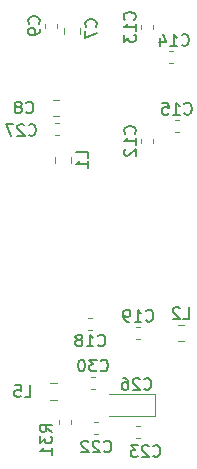
<source format=gbr>
G04 #@! TF.GenerationSoftware,KiCad,Pcbnew,(5.0.2)-1*
G04 #@! TF.CreationDate,2019-02-01T15:19:08+01:00*
G04 #@! TF.ProjectId,hac,6861632e-6b69-4636-9164-5f7063625858,rev?*
G04 #@! TF.SameCoordinates,Original*
G04 #@! TF.FileFunction,Legend,Bot*
G04 #@! TF.FilePolarity,Positive*
%FSLAX46Y46*%
G04 Gerber Fmt 4.6, Leading zero omitted, Abs format (unit mm)*
G04 Created by KiCad (PCBNEW (5.0.2)-1) date 2/1/2019 3:19:08 PM*
%MOMM*%
%LPD*%
G01*
G04 APERTURE LIST*
%ADD10C,0.120000*%
%ADD11C,0.150000*%
G04 APERTURE END LIST*
D10*
G04 #@! TO.C,C30*
X159349221Y-112905000D02*
X159674779Y-112905000D01*
X159349221Y-111885000D02*
X159674779Y-111885000D01*
G04 #@! TO.C,R31*
X157609000Y-115885279D02*
X157609000Y-115559721D01*
X156589000Y-115885279D02*
X156589000Y-115559721D01*
G04 #@! TO.C,C13*
X164594000Y-82133221D02*
X164594000Y-82458779D01*
X163574000Y-82133221D02*
X163574000Y-82458779D01*
G04 #@! TO.C,C12*
X163574000Y-92085279D02*
X163574000Y-91759721D01*
X164594000Y-92085279D02*
X164594000Y-91759721D01*
G04 #@! TO.C,C9*
X155446000Y-82031721D02*
X155446000Y-82357279D01*
X156466000Y-82031721D02*
X156466000Y-82357279D01*
G04 #@! TO.C,C14*
X166304279Y-84326000D02*
X165978721Y-84326000D01*
X166304279Y-85346000D02*
X165978721Y-85346000D01*
G04 #@! TO.C,C15*
X166761279Y-91188000D02*
X166435721Y-91188000D01*
X166761279Y-90168000D02*
X166435721Y-90168000D01*
G04 #@! TO.C,C18*
X159120721Y-107952000D02*
X159446279Y-107952000D01*
X159120721Y-106932000D02*
X159446279Y-106932000D01*
G04 #@! TO.C,C19*
X163510279Y-108714000D02*
X163184721Y-108714000D01*
X163510279Y-107694000D02*
X163184721Y-107694000D01*
G04 #@! TO.C,C22*
X159628721Y-116715000D02*
X159954279Y-116715000D01*
X159628721Y-115695000D02*
X159954279Y-115695000D01*
G04 #@! TO.C,C23*
X163510279Y-117096000D02*
X163184721Y-117096000D01*
X163510279Y-116076000D02*
X163184721Y-116076000D01*
G04 #@! TO.C,C27*
X156275721Y-91442000D02*
X156601279Y-91442000D01*
X156275721Y-90422000D02*
X156601279Y-90422000D01*
G04 #@! TO.C,C8*
X156126922Y-89864000D02*
X156644078Y-89864000D01*
X156126922Y-88444000D02*
X156644078Y-88444000D01*
G04 #@! TO.C,C7*
X157024000Y-82339922D02*
X157024000Y-82857078D01*
X158444000Y-82339922D02*
X158444000Y-82857078D01*
G04 #@! TO.C,C26*
X160880000Y-113365000D02*
X164790000Y-113365000D01*
X164790000Y-113365000D02*
X164790000Y-115235000D01*
X164790000Y-115235000D02*
X160880000Y-115235000D01*
G04 #@! TO.C,L5*
X155902922Y-113867000D02*
X156420078Y-113867000D01*
X155902922Y-112447000D02*
X156420078Y-112447000D01*
G04 #@! TO.C,L1*
X156262000Y-93779078D02*
X156262000Y-93261922D01*
X157682000Y-93779078D02*
X157682000Y-93261922D01*
G04 #@! TO.C,L2*
X167215078Y-107494000D02*
X166697922Y-107494000D01*
X167215078Y-108914000D02*
X166697922Y-108914000D01*
G04 #@! TO.C,C30*
D11*
X160154857Y-111355142D02*
X160202476Y-111402761D01*
X160345333Y-111450380D01*
X160440571Y-111450380D01*
X160583428Y-111402761D01*
X160678666Y-111307523D01*
X160726285Y-111212285D01*
X160773904Y-111021809D01*
X160773904Y-110878952D01*
X160726285Y-110688476D01*
X160678666Y-110593238D01*
X160583428Y-110498000D01*
X160440571Y-110450380D01*
X160345333Y-110450380D01*
X160202476Y-110498000D01*
X160154857Y-110545619D01*
X159821523Y-110450380D02*
X159202476Y-110450380D01*
X159535809Y-110831333D01*
X159392952Y-110831333D01*
X159297714Y-110878952D01*
X159250095Y-110926571D01*
X159202476Y-111021809D01*
X159202476Y-111259904D01*
X159250095Y-111355142D01*
X159297714Y-111402761D01*
X159392952Y-111450380D01*
X159678666Y-111450380D01*
X159773904Y-111402761D01*
X159821523Y-111355142D01*
X158583428Y-110450380D02*
X158488190Y-110450380D01*
X158392952Y-110498000D01*
X158345333Y-110545619D01*
X158297714Y-110640857D01*
X158250095Y-110831333D01*
X158250095Y-111069428D01*
X158297714Y-111259904D01*
X158345333Y-111355142D01*
X158392952Y-111402761D01*
X158488190Y-111450380D01*
X158583428Y-111450380D01*
X158678666Y-111402761D01*
X158726285Y-111355142D01*
X158773904Y-111259904D01*
X158821523Y-111069428D01*
X158821523Y-110831333D01*
X158773904Y-110640857D01*
X158726285Y-110545619D01*
X158678666Y-110498000D01*
X158583428Y-110450380D01*
G04 #@! TO.C,R31*
X156027380Y-116578142D02*
X155551190Y-116244809D01*
X156027380Y-116006714D02*
X155027380Y-116006714D01*
X155027380Y-116387666D01*
X155075000Y-116482904D01*
X155122619Y-116530523D01*
X155217857Y-116578142D01*
X155360714Y-116578142D01*
X155455952Y-116530523D01*
X155503571Y-116482904D01*
X155551190Y-116387666D01*
X155551190Y-116006714D01*
X155027380Y-116911476D02*
X155027380Y-117530523D01*
X155408333Y-117197190D01*
X155408333Y-117340047D01*
X155455952Y-117435285D01*
X155503571Y-117482904D01*
X155598809Y-117530523D01*
X155836904Y-117530523D01*
X155932142Y-117482904D01*
X155979761Y-117435285D01*
X156027380Y-117340047D01*
X156027380Y-117054333D01*
X155979761Y-116959095D01*
X155932142Y-116911476D01*
X156027380Y-118482904D02*
X156027380Y-117911476D01*
X156027380Y-118197190D02*
X155027380Y-118197190D01*
X155170238Y-118101952D01*
X155265476Y-118006714D01*
X155313095Y-117911476D01*
G04 #@! TO.C,C13*
X163011142Y-81653142D02*
X163058761Y-81605523D01*
X163106380Y-81462666D01*
X163106380Y-81367428D01*
X163058761Y-81224571D01*
X162963523Y-81129333D01*
X162868285Y-81081714D01*
X162677809Y-81034095D01*
X162534952Y-81034095D01*
X162344476Y-81081714D01*
X162249238Y-81129333D01*
X162154000Y-81224571D01*
X162106380Y-81367428D01*
X162106380Y-81462666D01*
X162154000Y-81605523D01*
X162201619Y-81653142D01*
X163106380Y-82605523D02*
X163106380Y-82034095D01*
X163106380Y-82319809D02*
X162106380Y-82319809D01*
X162249238Y-82224571D01*
X162344476Y-82129333D01*
X162392095Y-82034095D01*
X162106380Y-82938857D02*
X162106380Y-83557904D01*
X162487333Y-83224571D01*
X162487333Y-83367428D01*
X162534952Y-83462666D01*
X162582571Y-83510285D01*
X162677809Y-83557904D01*
X162915904Y-83557904D01*
X163011142Y-83510285D01*
X163058761Y-83462666D01*
X163106380Y-83367428D01*
X163106380Y-83081714D01*
X163058761Y-82986476D01*
X163011142Y-82938857D01*
G04 #@! TO.C,C12*
X163044142Y-91305142D02*
X163091761Y-91257523D01*
X163139380Y-91114666D01*
X163139380Y-91019428D01*
X163091761Y-90876571D01*
X162996523Y-90781333D01*
X162901285Y-90733714D01*
X162710809Y-90686095D01*
X162567952Y-90686095D01*
X162377476Y-90733714D01*
X162282238Y-90781333D01*
X162187000Y-90876571D01*
X162139380Y-91019428D01*
X162139380Y-91114666D01*
X162187000Y-91257523D01*
X162234619Y-91305142D01*
X163139380Y-92257523D02*
X163139380Y-91686095D01*
X163139380Y-91971809D02*
X162139380Y-91971809D01*
X162282238Y-91876571D01*
X162377476Y-91781333D01*
X162425095Y-91686095D01*
X162234619Y-92638476D02*
X162187000Y-92686095D01*
X162139380Y-92781333D01*
X162139380Y-93019428D01*
X162187000Y-93114666D01*
X162234619Y-93162285D01*
X162329857Y-93209904D01*
X162425095Y-93209904D01*
X162567952Y-93162285D01*
X163139380Y-92590857D01*
X163139380Y-93209904D01*
G04 #@! TO.C,C9*
X154916142Y-82002333D02*
X154963761Y-81954714D01*
X155011380Y-81811857D01*
X155011380Y-81716619D01*
X154963761Y-81573761D01*
X154868523Y-81478523D01*
X154773285Y-81430904D01*
X154582809Y-81383285D01*
X154439952Y-81383285D01*
X154249476Y-81430904D01*
X154154238Y-81478523D01*
X154059000Y-81573761D01*
X154011380Y-81716619D01*
X154011380Y-81811857D01*
X154059000Y-81954714D01*
X154106619Y-82002333D01*
X155011380Y-82478523D02*
X155011380Y-82669000D01*
X154963761Y-82764238D01*
X154916142Y-82811857D01*
X154773285Y-82907095D01*
X154582809Y-82954714D01*
X154201857Y-82954714D01*
X154106619Y-82907095D01*
X154059000Y-82859476D01*
X154011380Y-82764238D01*
X154011380Y-82573761D01*
X154059000Y-82478523D01*
X154106619Y-82430904D01*
X154201857Y-82383285D01*
X154439952Y-82383285D01*
X154535190Y-82430904D01*
X154582809Y-82478523D01*
X154630428Y-82573761D01*
X154630428Y-82764238D01*
X154582809Y-82859476D01*
X154535190Y-82907095D01*
X154439952Y-82954714D01*
G04 #@! TO.C,C14*
X167012857Y-83796142D02*
X167060476Y-83843761D01*
X167203333Y-83891380D01*
X167298571Y-83891380D01*
X167441428Y-83843761D01*
X167536666Y-83748523D01*
X167584285Y-83653285D01*
X167631904Y-83462809D01*
X167631904Y-83319952D01*
X167584285Y-83129476D01*
X167536666Y-83034238D01*
X167441428Y-82939000D01*
X167298571Y-82891380D01*
X167203333Y-82891380D01*
X167060476Y-82939000D01*
X167012857Y-82986619D01*
X166060476Y-83891380D02*
X166631904Y-83891380D01*
X166346190Y-83891380D02*
X166346190Y-82891380D01*
X166441428Y-83034238D01*
X166536666Y-83129476D01*
X166631904Y-83177095D01*
X165203333Y-83224714D02*
X165203333Y-83891380D01*
X165441428Y-82843761D02*
X165679523Y-83558047D01*
X165060476Y-83558047D01*
G04 #@! TO.C,C15*
X167241357Y-89605142D02*
X167288976Y-89652761D01*
X167431833Y-89700380D01*
X167527071Y-89700380D01*
X167669928Y-89652761D01*
X167765166Y-89557523D01*
X167812785Y-89462285D01*
X167860404Y-89271809D01*
X167860404Y-89128952D01*
X167812785Y-88938476D01*
X167765166Y-88843238D01*
X167669928Y-88748000D01*
X167527071Y-88700380D01*
X167431833Y-88700380D01*
X167288976Y-88748000D01*
X167241357Y-88795619D01*
X166288976Y-89700380D02*
X166860404Y-89700380D01*
X166574690Y-89700380D02*
X166574690Y-88700380D01*
X166669928Y-88843238D01*
X166765166Y-88938476D01*
X166860404Y-88986095D01*
X165384214Y-88700380D02*
X165860404Y-88700380D01*
X165908023Y-89176571D01*
X165860404Y-89128952D01*
X165765166Y-89081333D01*
X165527071Y-89081333D01*
X165431833Y-89128952D01*
X165384214Y-89176571D01*
X165336595Y-89271809D01*
X165336595Y-89509904D01*
X165384214Y-89605142D01*
X165431833Y-89652761D01*
X165527071Y-89700380D01*
X165765166Y-89700380D01*
X165860404Y-89652761D01*
X165908023Y-89605142D01*
G04 #@! TO.C,C18*
X159926357Y-109229142D02*
X159973976Y-109276761D01*
X160116833Y-109324380D01*
X160212071Y-109324380D01*
X160354928Y-109276761D01*
X160450166Y-109181523D01*
X160497785Y-109086285D01*
X160545404Y-108895809D01*
X160545404Y-108752952D01*
X160497785Y-108562476D01*
X160450166Y-108467238D01*
X160354928Y-108372000D01*
X160212071Y-108324380D01*
X160116833Y-108324380D01*
X159973976Y-108372000D01*
X159926357Y-108419619D01*
X158973976Y-109324380D02*
X159545404Y-109324380D01*
X159259690Y-109324380D02*
X159259690Y-108324380D01*
X159354928Y-108467238D01*
X159450166Y-108562476D01*
X159545404Y-108610095D01*
X158402547Y-108752952D02*
X158497785Y-108705333D01*
X158545404Y-108657714D01*
X158593023Y-108562476D01*
X158593023Y-108514857D01*
X158545404Y-108419619D01*
X158497785Y-108372000D01*
X158402547Y-108324380D01*
X158212071Y-108324380D01*
X158116833Y-108372000D01*
X158069214Y-108419619D01*
X158021595Y-108514857D01*
X158021595Y-108562476D01*
X158069214Y-108657714D01*
X158116833Y-108705333D01*
X158212071Y-108752952D01*
X158402547Y-108752952D01*
X158497785Y-108800571D01*
X158545404Y-108848190D01*
X158593023Y-108943428D01*
X158593023Y-109133904D01*
X158545404Y-109229142D01*
X158497785Y-109276761D01*
X158402547Y-109324380D01*
X158212071Y-109324380D01*
X158116833Y-109276761D01*
X158069214Y-109229142D01*
X158021595Y-109133904D01*
X158021595Y-108943428D01*
X158069214Y-108848190D01*
X158116833Y-108800571D01*
X158212071Y-108752952D01*
G04 #@! TO.C,C19*
X163990357Y-107131142D02*
X164037976Y-107178761D01*
X164180833Y-107226380D01*
X164276071Y-107226380D01*
X164418928Y-107178761D01*
X164514166Y-107083523D01*
X164561785Y-106988285D01*
X164609404Y-106797809D01*
X164609404Y-106654952D01*
X164561785Y-106464476D01*
X164514166Y-106369238D01*
X164418928Y-106274000D01*
X164276071Y-106226380D01*
X164180833Y-106226380D01*
X164037976Y-106274000D01*
X163990357Y-106321619D01*
X163037976Y-107226380D02*
X163609404Y-107226380D01*
X163323690Y-107226380D02*
X163323690Y-106226380D01*
X163418928Y-106369238D01*
X163514166Y-106464476D01*
X163609404Y-106512095D01*
X162561785Y-107226380D02*
X162371309Y-107226380D01*
X162276071Y-107178761D01*
X162228452Y-107131142D01*
X162133214Y-106988285D01*
X162085595Y-106797809D01*
X162085595Y-106416857D01*
X162133214Y-106321619D01*
X162180833Y-106274000D01*
X162276071Y-106226380D01*
X162466547Y-106226380D01*
X162561785Y-106274000D01*
X162609404Y-106321619D01*
X162657023Y-106416857D01*
X162657023Y-106654952D01*
X162609404Y-106750190D01*
X162561785Y-106797809D01*
X162466547Y-106845428D01*
X162276071Y-106845428D01*
X162180833Y-106797809D01*
X162133214Y-106750190D01*
X162085595Y-106654952D01*
G04 #@! TO.C,C22*
X160434357Y-118213142D02*
X160481976Y-118260761D01*
X160624833Y-118308380D01*
X160720071Y-118308380D01*
X160862928Y-118260761D01*
X160958166Y-118165523D01*
X161005785Y-118070285D01*
X161053404Y-117879809D01*
X161053404Y-117736952D01*
X161005785Y-117546476D01*
X160958166Y-117451238D01*
X160862928Y-117356000D01*
X160720071Y-117308380D01*
X160624833Y-117308380D01*
X160481976Y-117356000D01*
X160434357Y-117403619D01*
X160053404Y-117403619D02*
X160005785Y-117356000D01*
X159910547Y-117308380D01*
X159672452Y-117308380D01*
X159577214Y-117356000D01*
X159529595Y-117403619D01*
X159481976Y-117498857D01*
X159481976Y-117594095D01*
X159529595Y-117736952D01*
X160101023Y-118308380D01*
X159481976Y-118308380D01*
X159101023Y-117403619D02*
X159053404Y-117356000D01*
X158958166Y-117308380D01*
X158720071Y-117308380D01*
X158624833Y-117356000D01*
X158577214Y-117403619D01*
X158529595Y-117498857D01*
X158529595Y-117594095D01*
X158577214Y-117736952D01*
X159148642Y-118308380D01*
X158529595Y-118308380D01*
G04 #@! TO.C,C23*
X164599857Y-118594142D02*
X164647476Y-118641761D01*
X164790333Y-118689380D01*
X164885571Y-118689380D01*
X165028428Y-118641761D01*
X165123666Y-118546523D01*
X165171285Y-118451285D01*
X165218904Y-118260809D01*
X165218904Y-118117952D01*
X165171285Y-117927476D01*
X165123666Y-117832238D01*
X165028428Y-117737000D01*
X164885571Y-117689380D01*
X164790333Y-117689380D01*
X164647476Y-117737000D01*
X164599857Y-117784619D01*
X164218904Y-117784619D02*
X164171285Y-117737000D01*
X164076047Y-117689380D01*
X163837952Y-117689380D01*
X163742714Y-117737000D01*
X163695095Y-117784619D01*
X163647476Y-117879857D01*
X163647476Y-117975095D01*
X163695095Y-118117952D01*
X164266523Y-118689380D01*
X163647476Y-118689380D01*
X163314142Y-117689380D02*
X162695095Y-117689380D01*
X163028428Y-118070333D01*
X162885571Y-118070333D01*
X162790333Y-118117952D01*
X162742714Y-118165571D01*
X162695095Y-118260809D01*
X162695095Y-118498904D01*
X162742714Y-118594142D01*
X162790333Y-118641761D01*
X162885571Y-118689380D01*
X163171285Y-118689380D01*
X163266523Y-118641761D01*
X163314142Y-118594142D01*
G04 #@! TO.C,C27*
X154058857Y-91416142D02*
X154106476Y-91463761D01*
X154249333Y-91511380D01*
X154344571Y-91511380D01*
X154487428Y-91463761D01*
X154582666Y-91368523D01*
X154630285Y-91273285D01*
X154677904Y-91082809D01*
X154677904Y-90939952D01*
X154630285Y-90749476D01*
X154582666Y-90654238D01*
X154487428Y-90559000D01*
X154344571Y-90511380D01*
X154249333Y-90511380D01*
X154106476Y-90559000D01*
X154058857Y-90606619D01*
X153677904Y-90606619D02*
X153630285Y-90559000D01*
X153535047Y-90511380D01*
X153296952Y-90511380D01*
X153201714Y-90559000D01*
X153154095Y-90606619D01*
X153106476Y-90701857D01*
X153106476Y-90797095D01*
X153154095Y-90939952D01*
X153725523Y-91511380D01*
X153106476Y-91511380D01*
X152773142Y-90511380D02*
X152106476Y-90511380D01*
X152535047Y-91511380D01*
G04 #@! TO.C,C8*
X153836666Y-89511142D02*
X153884285Y-89558761D01*
X154027142Y-89606380D01*
X154122380Y-89606380D01*
X154265238Y-89558761D01*
X154360476Y-89463523D01*
X154408095Y-89368285D01*
X154455714Y-89177809D01*
X154455714Y-89034952D01*
X154408095Y-88844476D01*
X154360476Y-88749238D01*
X154265238Y-88654000D01*
X154122380Y-88606380D01*
X154027142Y-88606380D01*
X153884285Y-88654000D01*
X153836666Y-88701619D01*
X153265238Y-89034952D02*
X153360476Y-88987333D01*
X153408095Y-88939714D01*
X153455714Y-88844476D01*
X153455714Y-88796857D01*
X153408095Y-88701619D01*
X153360476Y-88654000D01*
X153265238Y-88606380D01*
X153074761Y-88606380D01*
X152979523Y-88654000D01*
X152931904Y-88701619D01*
X152884285Y-88796857D01*
X152884285Y-88844476D01*
X152931904Y-88939714D01*
X152979523Y-88987333D01*
X153074761Y-89034952D01*
X153265238Y-89034952D01*
X153360476Y-89082571D01*
X153408095Y-89130190D01*
X153455714Y-89225428D01*
X153455714Y-89415904D01*
X153408095Y-89511142D01*
X153360476Y-89558761D01*
X153265238Y-89606380D01*
X153074761Y-89606380D01*
X152979523Y-89558761D01*
X152931904Y-89511142D01*
X152884285Y-89415904D01*
X152884285Y-89225428D01*
X152931904Y-89130190D01*
X152979523Y-89082571D01*
X153074761Y-89034952D01*
G04 #@! TO.C,C7*
X159742142Y-82256333D02*
X159789761Y-82208714D01*
X159837380Y-82065857D01*
X159837380Y-81970619D01*
X159789761Y-81827761D01*
X159694523Y-81732523D01*
X159599285Y-81684904D01*
X159408809Y-81637285D01*
X159265952Y-81637285D01*
X159075476Y-81684904D01*
X158980238Y-81732523D01*
X158885000Y-81827761D01*
X158837380Y-81970619D01*
X158837380Y-82065857D01*
X158885000Y-82208714D01*
X158932619Y-82256333D01*
X158837380Y-82589666D02*
X158837380Y-83256333D01*
X159837380Y-82827761D01*
G04 #@! TO.C,C26*
X163837857Y-112907142D02*
X163885476Y-112954761D01*
X164028333Y-113002380D01*
X164123571Y-113002380D01*
X164266428Y-112954761D01*
X164361666Y-112859523D01*
X164409285Y-112764285D01*
X164456904Y-112573809D01*
X164456904Y-112430952D01*
X164409285Y-112240476D01*
X164361666Y-112145238D01*
X164266428Y-112050000D01*
X164123571Y-112002380D01*
X164028333Y-112002380D01*
X163885476Y-112050000D01*
X163837857Y-112097619D01*
X163456904Y-112097619D02*
X163409285Y-112050000D01*
X163314047Y-112002380D01*
X163075952Y-112002380D01*
X162980714Y-112050000D01*
X162933095Y-112097619D01*
X162885476Y-112192857D01*
X162885476Y-112288095D01*
X162933095Y-112430952D01*
X163504523Y-113002380D01*
X162885476Y-113002380D01*
X162028333Y-112002380D02*
X162218809Y-112002380D01*
X162314047Y-112050000D01*
X162361666Y-112097619D01*
X162456904Y-112240476D01*
X162504523Y-112430952D01*
X162504523Y-112811904D01*
X162456904Y-112907142D01*
X162409285Y-112954761D01*
X162314047Y-113002380D01*
X162123571Y-113002380D01*
X162028333Y-112954761D01*
X161980714Y-112907142D01*
X161933095Y-112811904D01*
X161933095Y-112573809D01*
X161980714Y-112478571D01*
X162028333Y-112430952D01*
X162123571Y-112383333D01*
X162314047Y-112383333D01*
X162409285Y-112430952D01*
X162456904Y-112478571D01*
X162504523Y-112573809D01*
G04 #@! TO.C,L5*
X153709666Y-113609380D02*
X154185857Y-113609380D01*
X154185857Y-112609380D01*
X152900142Y-112609380D02*
X153376333Y-112609380D01*
X153423952Y-113085571D01*
X153376333Y-113037952D01*
X153281095Y-112990333D01*
X153043000Y-112990333D01*
X152947761Y-113037952D01*
X152900142Y-113085571D01*
X152852523Y-113180809D01*
X152852523Y-113418904D01*
X152900142Y-113514142D01*
X152947761Y-113561761D01*
X153043000Y-113609380D01*
X153281095Y-113609380D01*
X153376333Y-113561761D01*
X153423952Y-113514142D01*
G04 #@! TO.C,L1*
X159074380Y-93353833D02*
X159074380Y-92877642D01*
X158074380Y-92877642D01*
X159074380Y-94210976D02*
X159074380Y-93639547D01*
X159074380Y-93925261D02*
X158074380Y-93925261D01*
X158217238Y-93830023D01*
X158312476Y-93734785D01*
X158360095Y-93639547D01*
G04 #@! TO.C,L2*
X167123166Y-107006380D02*
X167599357Y-107006380D01*
X167599357Y-106006380D01*
X166837452Y-106101619D02*
X166789833Y-106054000D01*
X166694595Y-106006380D01*
X166456500Y-106006380D01*
X166361261Y-106054000D01*
X166313642Y-106101619D01*
X166266023Y-106196857D01*
X166266023Y-106292095D01*
X166313642Y-106434952D01*
X166885071Y-107006380D01*
X166266023Y-107006380D01*
G04 #@! TD*
M02*

</source>
